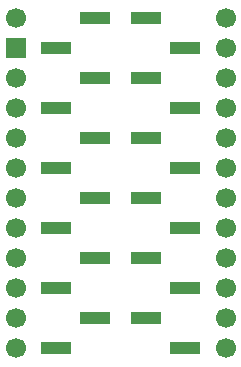
<source format=gbs>
G04 #@! TF.GenerationSoftware,KiCad,Pcbnew,9.0.6*
G04 #@! TF.CreationDate,2026-01-08T12:32:58-06:00*
G04 #@! TF.ProjectId,QFN-20_5x5_P0.65,51464e2d-3230-45f3-9578-355f50302e36,rev?*
G04 #@! TF.SameCoordinates,Original*
G04 #@! TF.FileFunction,Soldermask,Bot*
G04 #@! TF.FilePolarity,Negative*
%FSLAX46Y46*%
G04 Gerber Fmt 4.6, Leading zero omitted, Abs format (unit mm)*
G04 Created by KiCad (PCBNEW 9.0.6) date 2026-01-08 12:32:58*
%MOMM*%
%LPD*%
G01*
G04 APERTURE LIST*
%ADD10R,2.510000X1.000000*%
%ADD11C,1.700000*%
%ADD12R,1.700000X1.700000*%
G04 APERTURE END LIST*
D10*
X140585000Y-106680000D03*
X143895000Y-109220000D03*
X140585000Y-111760000D03*
X143895000Y-114300000D03*
X140585000Y-116840000D03*
X143895000Y-119380000D03*
X140585000Y-121920000D03*
X143895000Y-124460000D03*
X140585000Y-127000000D03*
X143895000Y-129540000D03*
X140585000Y-132080000D03*
X143895000Y-134620000D03*
D11*
X129540000Y-106680000D03*
D12*
X129540000Y-109220000D03*
D11*
X129540000Y-111760000D03*
X129540000Y-114300000D03*
X129540000Y-116840000D03*
X129540000Y-119380000D03*
X129540000Y-121920000D03*
X129540000Y-124460000D03*
X129540000Y-127000000D03*
X129540000Y-129540000D03*
X129540000Y-132080000D03*
X129540000Y-134620000D03*
X147320000Y-106680000D03*
X147320000Y-109220000D03*
X147320000Y-111760000D03*
X147320000Y-114300000D03*
X147320000Y-116840000D03*
X147320000Y-119380000D03*
X147320000Y-121920000D03*
X147320000Y-124460000D03*
X147320000Y-127000000D03*
X147320000Y-129540000D03*
X147320000Y-132080000D03*
X147320000Y-134620000D03*
D10*
X136275000Y-116840000D03*
X136275000Y-106680000D03*
X132965000Y-109220000D03*
X136275000Y-111760000D03*
X132965000Y-114300000D03*
X132965000Y-119380000D03*
X136275000Y-121920000D03*
X132965000Y-124460000D03*
X136275000Y-127000000D03*
X132965000Y-129540000D03*
X136275000Y-132080000D03*
X132965000Y-134620000D03*
M02*

</source>
